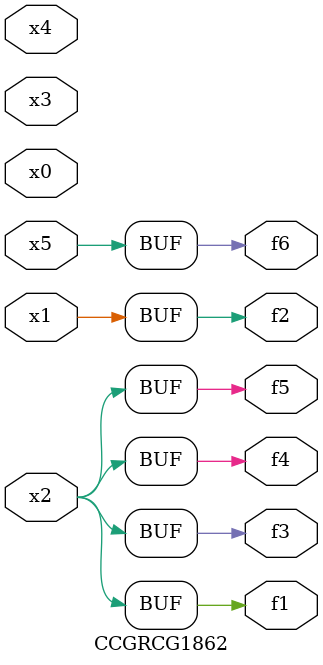
<source format=v>
module CCGRCG1862(
	input x0, x1, x2, x3, x4, x5,
	output f1, f2, f3, f4, f5, f6
);
	assign f1 = x2;
	assign f2 = x1;
	assign f3 = x2;
	assign f4 = x2;
	assign f5 = x2;
	assign f6 = x5;
endmodule

</source>
